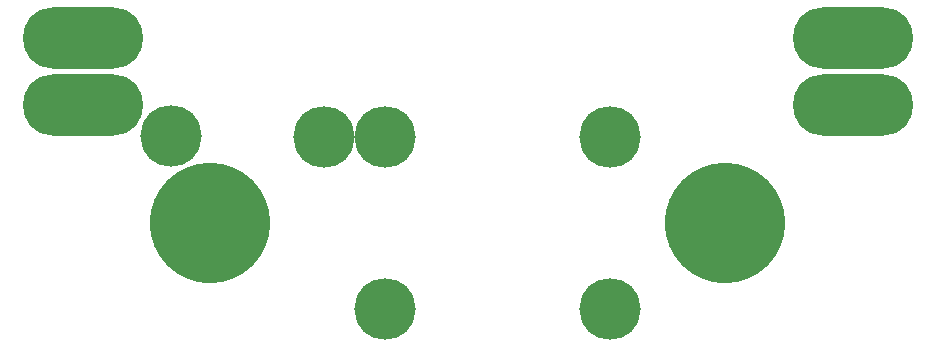
<source format=gbs>
%FSLAX44Y44*%
%MOMM*%
G71*
G01*
G75*
G04 Layer_Color=16711935*
%ADD10R,1.0500X1.0800*%
%ADD11R,1.0800X1.0500*%
%ADD12R,1.0000X1.1000*%
%ADD13R,1.6000X1.5000*%
%ADD14R,3.5000X2.2000*%
%ADD15R,1.1000X1.0000*%
%ADD16R,1.7000X1.1000*%
%ADD17R,0.8000X2.0000*%
%ADD18R,2.1000X3.0000*%
%ADD19R,0.7000X1.3000*%
%ADD20R,1.0000X1.5000*%
%ADD21R,1.8000X0.6000*%
%ADD22R,0.8890X0.4200*%
%ADD23R,1.1000X1.1000*%
%ADD24R,1.0000X1.8000*%
%ADD25O,0.8500X0.2500*%
%ADD26O,0.2500X0.8500*%
%ADD27R,5.6000X5.6000*%
%ADD28R,1.3000X0.6000*%
%ADD29R,1.5000X1.6000*%
%ADD30R,1.4000X1.0000*%
%ADD31R,0.9000X0.4000*%
%ADD32R,1.1000X1.1000*%
%ADD33R,0.6000X1.8000*%
%ADD34R,1.3000X0.6000*%
%ADD35R,1.2700X0.6000*%
%ADD36R,1.0200X0.6000*%
%ADD37R,0.5000X0.8500*%
%ADD38R,0.6000X1.2000*%
%ADD39R,1.2000X2.0000*%
%ADD40R,2.1000X3.0000*%
%ADD41R,0.8000X1.3000*%
%ADD42R,1.6000X2.2000*%
%ADD43R,0.3500X1.3500*%
%ADD44R,1.8900X1.5700*%
%ADD45C,0.2000*%
%ADD46C,0.2540*%
%ADD47C,0.3000*%
%ADD48C,0.2500*%
%ADD49R,5.1250X1.5250*%
%ADD50R,6.6250X4.4250*%
%ADD51R,10.4000X5.0000*%
%ADD52R,3.0000X8.8500*%
%ADD53R,10.4500X5.0000*%
%ADD54R,3.0000X7.7500*%
%ADD55R,3.2250X8.8000*%
%ADD56R,3.4700X4.3300*%
%ADD57R,3.2250X8.8500*%
%ADD58R,3.2999X8.9500*%
%ADD59R,3.0000X4.0000*%
%ADD60R,3.5000X3.5000*%
%ADD61O,10.0000X5.0000*%
%ADD62C,6.0000*%
%ADD63C,0.8000*%
%ADD64C,1.0000*%
%ADD65C,0.6000*%
%ADD66C,0.7000*%
%ADD67C,0.6600*%
%ADD68C,0.5000*%
%ADD69C,1.0160*%
%ADD70C,2.7000*%
%ADD71O,7.5000X1.5000*%
%ADD72C,3.7000*%
%ADD73C,0.8000*%
%ADD74C,1.0000*%
%ADD75C,0.7000*%
%ADD76C,0.7500*%
%ADD77C,0.8300*%
%ADD78C,0.8000*%
%ADD79C,0.4000*%
%ADD80R,2.1500X1.7500*%
%ADD81R,3.4500X2.4250*%
%ADD82R,7.4500X2.4750*%
%ADD83R,4.6250X7.2500*%
%ADD84R,1.8250X5.1750*%
%ADD85R,3.2250X10.5000*%
%ADD86R,35.9250X4.5750*%
%ADD87R,3.0751X10.8250*%
%ADD88R,31.2250X5.0000*%
%ADD89R,3.2500X8.0750*%
%ADD90R,2.9000X5.0000*%
%ADD91R,3.5001X3.6500*%
%ADD92C,5.0000*%
%ADD93C,0.6000*%
%ADD94R,5.4750X5.4250*%
%ADD95R,7.8750X2.4250*%
%ADD96R,7.8750X1.0500*%
%ADD97R,3.1750X10.5250*%
%ADD98R,3.0000X10.8500*%
%ADD99R,3.2250X7.9250*%
%ADD100R,3.4499X4.6000*%
%ADD101C,10.0000*%
%ADD102R,3.4600X4.3300*%
%ADD103R,4.5500X3.5900*%
%ADD104R,1.2532X1.2832*%
%ADD105R,1.2832X1.2532*%
%ADD106R,1.2032X1.3032*%
%ADD107R,1.8032X1.7032*%
%ADD108R,3.7032X2.4032*%
%ADD109R,1.3032X1.2032*%
%ADD110R,1.9032X1.3032*%
%ADD111R,1.0032X2.2032*%
%ADD112R,2.3032X3.2032*%
%ADD113R,0.9032X1.5032*%
%ADD114R,1.2032X1.7032*%
%ADD115R,2.0032X0.8032*%
%ADD116R,1.0922X0.6232*%
%ADD117R,1.3032X1.3032*%
%ADD118R,1.2032X2.0032*%
%ADD119O,1.0532X0.4532*%
%ADD120O,0.4532X1.0532*%
%ADD121R,5.8032X5.8032*%
%ADD122R,1.5032X0.8032*%
%ADD123R,1.7032X1.8032*%
%ADD124R,1.6032X1.2032*%
%ADD125R,1.1032X0.6032*%
%ADD126R,1.3032X1.3032*%
%ADD127R,0.8032X2.0032*%
%ADD128R,1.5032X0.8032*%
%ADD129R,1.4732X0.8032*%
%ADD130R,1.2232X0.8032*%
%ADD131R,0.7032X1.0532*%
%ADD132R,0.8032X1.4032*%
%ADD133R,1.4032X2.2032*%
%ADD134R,2.3032X3.2032*%
%ADD135R,1.0032X1.5032*%
%ADD136R,1.8032X2.4032*%
%ADD137R,0.5532X1.5532*%
%ADD138R,2.0932X1.7732*%
%ADD139R,3.7032X3.7032*%
%ADD140O,10.2032X5.2032*%
%ADD141C,6.2032*%
%ADD142C,1.0032*%
%ADD143C,1.2032*%
%ADD144C,0.8032*%
%ADD145C,0.9032*%
%ADD146C,5.2032*%
%ADD147C,10.2032*%
D140*
X715250Y300000D02*
D03*
X63250Y356500D02*
D03*
X715250Y356500D02*
D03*
X63250Y300000D02*
D03*
D146*
X319751Y272750D02*
D03*
X509751D02*
D03*
X509751Y127500D02*
D03*
X319751D02*
D03*
X137751Y273750D02*
D03*
X267751Y273000D02*
D03*
D147*
X171250Y200000D02*
D03*
X607250D02*
D03*
M02*

</source>
